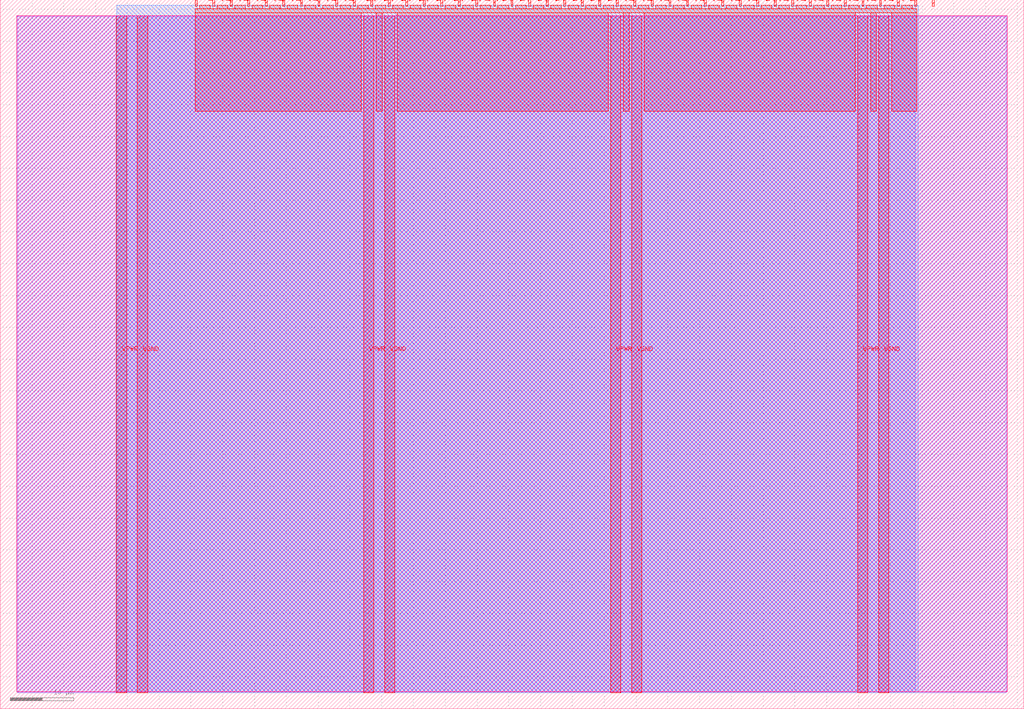
<source format=lef>
VERSION 5.7 ;
  NOWIREEXTENSIONATPIN ON ;
  DIVIDERCHAR "/" ;
  BUSBITCHARS "[]" ;
MACRO tt_um_wokwi_414120868401584129
  CLASS BLOCK ;
  FOREIGN tt_um_wokwi_414120868401584129 ;
  ORIGIN 0.000 0.000 ;
  SIZE 161.000 BY 111.520 ;
  PIN VGND
    DIRECTION INOUT ;
    USE GROUND ;
    PORT
      LAYER met4 ;
        RECT 21.580 2.480 23.180 109.040 ;
    END
    PORT
      LAYER met4 ;
        RECT 60.450 2.480 62.050 109.040 ;
    END
    PORT
      LAYER met4 ;
        RECT 99.320 2.480 100.920 109.040 ;
    END
    PORT
      LAYER met4 ;
        RECT 138.190 2.480 139.790 109.040 ;
    END
  END VGND
  PIN VPWR
    DIRECTION INOUT ;
    USE POWER ;
    PORT
      LAYER met4 ;
        RECT 18.280 2.480 19.880 109.040 ;
    END
    PORT
      LAYER met4 ;
        RECT 57.150 2.480 58.750 109.040 ;
    END
    PORT
      LAYER met4 ;
        RECT 96.020 2.480 97.620 109.040 ;
    END
    PORT
      LAYER met4 ;
        RECT 134.890 2.480 136.490 109.040 ;
    END
  END VPWR
  PIN clk
    DIRECTION INPUT ;
    USE SIGNAL ;
    ANTENNAGATEAREA 0.126000 ;
    PORT
      LAYER met4 ;
        RECT 143.830 110.520 144.130 111.520 ;
    END
  END clk
  PIN ena
    DIRECTION INPUT ;
    USE SIGNAL ;
    PORT
      LAYER met4 ;
        RECT 146.590 110.520 146.890 111.520 ;
    END
  END ena
  PIN rst_n
    DIRECTION INPUT ;
    USE SIGNAL ;
    ANTENNAGATEAREA 0.196500 ;
    PORT
      LAYER met4 ;
        RECT 141.070 110.520 141.370 111.520 ;
    END
  END rst_n
  PIN ui_in[0]
    DIRECTION INPUT ;
    USE SIGNAL ;
    ANTENNAGATEAREA 0.196500 ;
    PORT
      LAYER met4 ;
        RECT 138.310 110.520 138.610 111.520 ;
    END
  END ui_in[0]
  PIN ui_in[1]
    DIRECTION INPUT ;
    USE SIGNAL ;
    ANTENNAGATEAREA 0.196500 ;
    PORT
      LAYER met4 ;
        RECT 135.550 110.520 135.850 111.520 ;
    END
  END ui_in[1]
  PIN ui_in[2]
    DIRECTION INPUT ;
    USE SIGNAL ;
    ANTENNAGATEAREA 0.196500 ;
    PORT
      LAYER met4 ;
        RECT 132.790 110.520 133.090 111.520 ;
    END
  END ui_in[2]
  PIN ui_in[3]
    DIRECTION INPUT ;
    USE SIGNAL ;
    ANTENNAGATEAREA 0.196500 ;
    PORT
      LAYER met4 ;
        RECT 130.030 110.520 130.330 111.520 ;
    END
  END ui_in[3]
  PIN ui_in[4]
    DIRECTION INPUT ;
    USE SIGNAL ;
    PORT
      LAYER met4 ;
        RECT 127.270 110.520 127.570 111.520 ;
    END
  END ui_in[4]
  PIN ui_in[5]
    DIRECTION INPUT ;
    USE SIGNAL ;
    ANTENNAGATEAREA 0.196500 ;
    PORT
      LAYER met4 ;
        RECT 124.510 110.520 124.810 111.520 ;
    END
  END ui_in[5]
  PIN ui_in[6]
    DIRECTION INPUT ;
    USE SIGNAL ;
    ANTENNAGATEAREA 0.196500 ;
    PORT
      LAYER met4 ;
        RECT 121.750 110.520 122.050 111.520 ;
    END
  END ui_in[6]
  PIN ui_in[7]
    DIRECTION INPUT ;
    USE SIGNAL ;
    ANTENNAGATEAREA 0.196500 ;
    PORT
      LAYER met4 ;
        RECT 118.990 110.520 119.290 111.520 ;
    END
  END ui_in[7]
  PIN uio_in[0]
    DIRECTION INPUT ;
    USE SIGNAL ;
    PORT
      LAYER met4 ;
        RECT 116.230 110.520 116.530 111.520 ;
    END
  END uio_in[0]
  PIN uio_in[1]
    DIRECTION INPUT ;
    USE SIGNAL ;
    PORT
      LAYER met4 ;
        RECT 113.470 110.520 113.770 111.520 ;
    END
  END uio_in[1]
  PIN uio_in[2]
    DIRECTION INPUT ;
    USE SIGNAL ;
    PORT
      LAYER met4 ;
        RECT 110.710 110.520 111.010 111.520 ;
    END
  END uio_in[2]
  PIN uio_in[3]
    DIRECTION INPUT ;
    USE SIGNAL ;
    PORT
      LAYER met4 ;
        RECT 107.950 110.520 108.250 111.520 ;
    END
  END uio_in[3]
  PIN uio_in[4]
    DIRECTION INPUT ;
    USE SIGNAL ;
    PORT
      LAYER met4 ;
        RECT 105.190 110.520 105.490 111.520 ;
    END
  END uio_in[4]
  PIN uio_in[5]
    DIRECTION INPUT ;
    USE SIGNAL ;
    PORT
      LAYER met4 ;
        RECT 102.430 110.520 102.730 111.520 ;
    END
  END uio_in[5]
  PIN uio_in[6]
    DIRECTION INPUT ;
    USE SIGNAL ;
    PORT
      LAYER met4 ;
        RECT 99.670 110.520 99.970 111.520 ;
    END
  END uio_in[6]
  PIN uio_in[7]
    DIRECTION INPUT ;
    USE SIGNAL ;
    PORT
      LAYER met4 ;
        RECT 96.910 110.520 97.210 111.520 ;
    END
  END uio_in[7]
  PIN uio_oe[0]
    DIRECTION OUTPUT ;
    USE SIGNAL ;
    PORT
      LAYER met4 ;
        RECT 49.990 110.520 50.290 111.520 ;
    END
  END uio_oe[0]
  PIN uio_oe[1]
    DIRECTION OUTPUT ;
    USE SIGNAL ;
    PORT
      LAYER met4 ;
        RECT 47.230 110.520 47.530 111.520 ;
    END
  END uio_oe[1]
  PIN uio_oe[2]
    DIRECTION OUTPUT ;
    USE SIGNAL ;
    PORT
      LAYER met4 ;
        RECT 44.470 110.520 44.770 111.520 ;
    END
  END uio_oe[2]
  PIN uio_oe[3]
    DIRECTION OUTPUT ;
    USE SIGNAL ;
    PORT
      LAYER met4 ;
        RECT 41.710 110.520 42.010 111.520 ;
    END
  END uio_oe[3]
  PIN uio_oe[4]
    DIRECTION OUTPUT ;
    USE SIGNAL ;
    PORT
      LAYER met4 ;
        RECT 38.950 110.520 39.250 111.520 ;
    END
  END uio_oe[4]
  PIN uio_oe[5]
    DIRECTION OUTPUT ;
    USE SIGNAL ;
    PORT
      LAYER met4 ;
        RECT 36.190 110.520 36.490 111.520 ;
    END
  END uio_oe[5]
  PIN uio_oe[6]
    DIRECTION OUTPUT ;
    USE SIGNAL ;
    PORT
      LAYER met4 ;
        RECT 33.430 110.520 33.730 111.520 ;
    END
  END uio_oe[6]
  PIN uio_oe[7]
    DIRECTION OUTPUT ;
    USE SIGNAL ;
    PORT
      LAYER met4 ;
        RECT 30.670 110.520 30.970 111.520 ;
    END
  END uio_oe[7]
  PIN uio_out[0]
    DIRECTION OUTPUT ;
    USE SIGNAL ;
    PORT
      LAYER met4 ;
        RECT 72.070 110.520 72.370 111.520 ;
    END
  END uio_out[0]
  PIN uio_out[1]
    DIRECTION OUTPUT ;
    USE SIGNAL ;
    PORT
      LAYER met4 ;
        RECT 69.310 110.520 69.610 111.520 ;
    END
  END uio_out[1]
  PIN uio_out[2]
    DIRECTION OUTPUT ;
    USE SIGNAL ;
    PORT
      LAYER met4 ;
        RECT 66.550 110.520 66.850 111.520 ;
    END
  END uio_out[2]
  PIN uio_out[3]
    DIRECTION OUTPUT ;
    USE SIGNAL ;
    PORT
      LAYER met4 ;
        RECT 63.790 110.520 64.090 111.520 ;
    END
  END uio_out[3]
  PIN uio_out[4]
    DIRECTION OUTPUT ;
    USE SIGNAL ;
    PORT
      LAYER met4 ;
        RECT 61.030 110.520 61.330 111.520 ;
    END
  END uio_out[4]
  PIN uio_out[5]
    DIRECTION OUTPUT ;
    USE SIGNAL ;
    PORT
      LAYER met4 ;
        RECT 58.270 110.520 58.570 111.520 ;
    END
  END uio_out[5]
  PIN uio_out[6]
    DIRECTION OUTPUT ;
    USE SIGNAL ;
    PORT
      LAYER met4 ;
        RECT 55.510 110.520 55.810 111.520 ;
    END
  END uio_out[6]
  PIN uio_out[7]
    DIRECTION OUTPUT ;
    USE SIGNAL ;
    PORT
      LAYER met4 ;
        RECT 52.750 110.520 53.050 111.520 ;
    END
  END uio_out[7]
  PIN uo_out[0]
    DIRECTION OUTPUT ;
    USE SIGNAL ;
    ANTENNADIFFAREA 0.445500 ;
    PORT
      LAYER met4 ;
        RECT 94.150 110.520 94.450 111.520 ;
    END
  END uo_out[0]
  PIN uo_out[1]
    DIRECTION OUTPUT ;
    USE SIGNAL ;
    ANTENNADIFFAREA 0.445500 ;
    PORT
      LAYER met4 ;
        RECT 91.390 110.520 91.690 111.520 ;
    END
  END uo_out[1]
  PIN uo_out[2]
    DIRECTION OUTPUT ;
    USE SIGNAL ;
    ANTENNADIFFAREA 0.795200 ;
    PORT
      LAYER met4 ;
        RECT 88.630 110.520 88.930 111.520 ;
    END
  END uo_out[2]
  PIN uo_out[3]
    DIRECTION OUTPUT ;
    USE SIGNAL ;
    ANTENNADIFFAREA 0.445500 ;
    PORT
      LAYER met4 ;
        RECT 85.870 110.520 86.170 111.520 ;
    END
  END uo_out[3]
  PIN uo_out[4]
    DIRECTION OUTPUT ;
    USE SIGNAL ;
    ANTENNADIFFAREA 0.795200 ;
    PORT
      LAYER met4 ;
        RECT 83.110 110.520 83.410 111.520 ;
    END
  END uo_out[4]
  PIN uo_out[5]
    DIRECTION OUTPUT ;
    USE SIGNAL ;
    ANTENNADIFFAREA 0.445500 ;
    PORT
      LAYER met4 ;
        RECT 80.350 110.520 80.650 111.520 ;
    END
  END uo_out[5]
  PIN uo_out[6]
    DIRECTION OUTPUT ;
    USE SIGNAL ;
    ANTENNADIFFAREA 0.445500 ;
    PORT
      LAYER met4 ;
        RECT 77.590 110.520 77.890 111.520 ;
    END
  END uo_out[6]
  PIN uo_out[7]
    DIRECTION OUTPUT ;
    USE SIGNAL ;
    ANTENNADIFFAREA 0.795200 ;
    PORT
      LAYER met4 ;
        RECT 74.830 110.520 75.130 111.520 ;
    END
  END uo_out[7]
  OBS
      LAYER nwell ;
        RECT 2.570 2.635 158.430 108.990 ;
      LAYER li1 ;
        RECT 2.760 2.635 158.240 108.885 ;
      LAYER met1 ;
        RECT 2.760 2.480 158.240 109.040 ;
      LAYER met2 ;
        RECT 18.310 2.535 143.890 110.685 ;
      LAYER met3 ;
        RECT 18.290 2.555 144.370 110.665 ;
      LAYER met4 ;
        RECT 31.370 110.120 33.030 110.665 ;
        RECT 34.130 110.120 35.790 110.665 ;
        RECT 36.890 110.120 38.550 110.665 ;
        RECT 39.650 110.120 41.310 110.665 ;
        RECT 42.410 110.120 44.070 110.665 ;
        RECT 45.170 110.120 46.830 110.665 ;
        RECT 47.930 110.120 49.590 110.665 ;
        RECT 50.690 110.120 52.350 110.665 ;
        RECT 53.450 110.120 55.110 110.665 ;
        RECT 56.210 110.120 57.870 110.665 ;
        RECT 58.970 110.120 60.630 110.665 ;
        RECT 61.730 110.120 63.390 110.665 ;
        RECT 64.490 110.120 66.150 110.665 ;
        RECT 67.250 110.120 68.910 110.665 ;
        RECT 70.010 110.120 71.670 110.665 ;
        RECT 72.770 110.120 74.430 110.665 ;
        RECT 75.530 110.120 77.190 110.665 ;
        RECT 78.290 110.120 79.950 110.665 ;
        RECT 81.050 110.120 82.710 110.665 ;
        RECT 83.810 110.120 85.470 110.665 ;
        RECT 86.570 110.120 88.230 110.665 ;
        RECT 89.330 110.120 90.990 110.665 ;
        RECT 92.090 110.120 93.750 110.665 ;
        RECT 94.850 110.120 96.510 110.665 ;
        RECT 97.610 110.120 99.270 110.665 ;
        RECT 100.370 110.120 102.030 110.665 ;
        RECT 103.130 110.120 104.790 110.665 ;
        RECT 105.890 110.120 107.550 110.665 ;
        RECT 108.650 110.120 110.310 110.665 ;
        RECT 111.410 110.120 113.070 110.665 ;
        RECT 114.170 110.120 115.830 110.665 ;
        RECT 116.930 110.120 118.590 110.665 ;
        RECT 119.690 110.120 121.350 110.665 ;
        RECT 122.450 110.120 124.110 110.665 ;
        RECT 125.210 110.120 126.870 110.665 ;
        RECT 127.970 110.120 129.630 110.665 ;
        RECT 130.730 110.120 132.390 110.665 ;
        RECT 133.490 110.120 135.150 110.665 ;
        RECT 136.250 110.120 137.910 110.665 ;
        RECT 139.010 110.120 140.670 110.665 ;
        RECT 141.770 110.120 143.430 110.665 ;
        RECT 30.655 109.440 144.145 110.120 ;
        RECT 30.655 94.015 56.750 109.440 ;
        RECT 59.150 94.015 60.050 109.440 ;
        RECT 62.450 94.015 95.620 109.440 ;
        RECT 98.020 94.015 98.920 109.440 ;
        RECT 101.320 94.015 134.490 109.440 ;
        RECT 136.890 94.015 137.790 109.440 ;
        RECT 140.190 94.015 144.145 109.440 ;
  END
END tt_um_wokwi_414120868401584129
END LIBRARY


</source>
